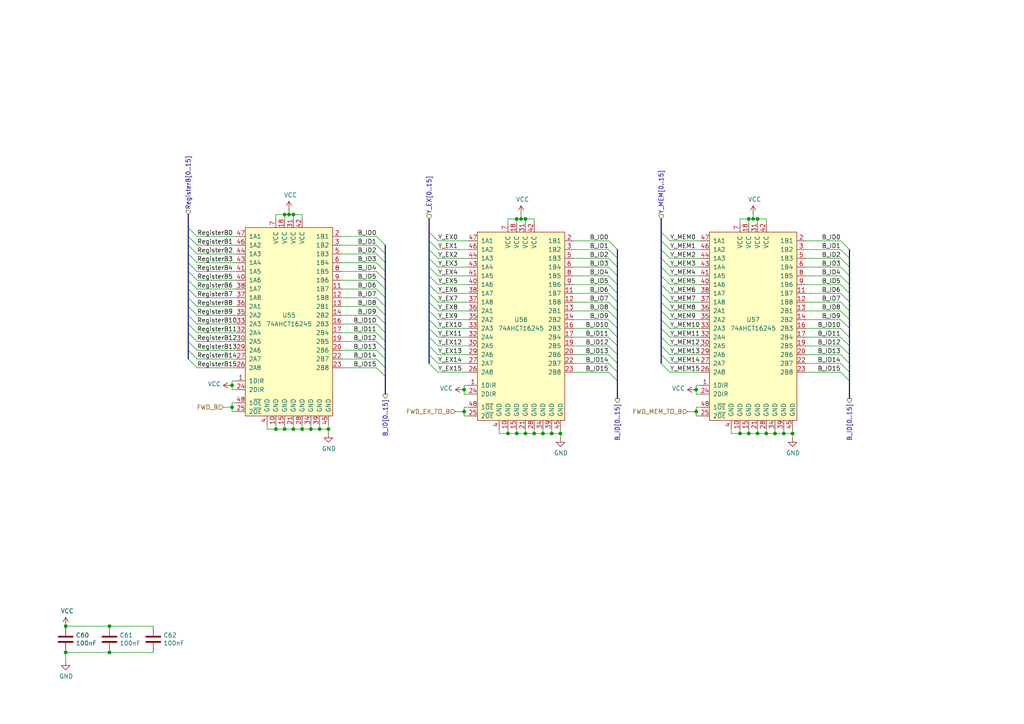
<source format=kicad_sch>
(kicad_sch (version 20230121) (generator eeschema)
  (paper "A4")
  (title_block (date "2022-09-25") (rev "C"))
  (lib_symbols
    (symbol "74xx (kicad5):74AHCT16245" (pin_names (offset 1.016))
      (property "Reference" "U" (at 0 1.27 0))
      (property "Value" "74AHCT16245" (at 0 -1.27 0))
      (symbol "74AHCT16245_0_1"
        (rectangle (start -12.7 26.67) (end 12.7 -27.94) (fill (type background)))
      )
      (symbol "74AHCT16245_1_1"
        (pin input line (at -15.24 -17.78 0) (length 2.54) (name "1DIR") (number "1"))
        (pin power_in line (at -3.81 -30.48 90) (length 2.54) (name "GND") (number "10"))
        (pin tri_state line (at 15.24 8.89 180) (length 2.54) (name "1B7") (number "11"))
        (pin tri_state line (at 15.24 6.35 180) (length 2.54) (name "1B8") (number "12"))
        (pin tri_state line (at 15.24 3.81 180) (length 2.54) (name "2B1") (number "13"))
        (pin tri_state line (at 15.24 1.27 180) (length 2.54) (name "2B2") (number "14"))
        (pin power_in line (at -1.27 -30.48 90) (length 2.54) (name "GND") (number "15"))
        (pin tri_state line (at 15.24 -1.27 180) (length 2.54) (name "2B3") (number "16"))
        (pin tri_state line (at 15.24 -3.81 180) (length 2.54) (name "2B4") (number "17"))
        (pin power_in line (at -1.27 29.21 270) (length 2.54) (name "VCC") (number "18"))
        (pin tri_state line (at 15.24 -6.35 180) (length 2.54) (name "2B5") (number "19"))
        (pin tri_state line (at 15.24 24.13 180) (length 2.54) (name "1B1") (number "2"))
        (pin tri_state line (at 15.24 -8.89 180) (length 2.54) (name "2B6") (number "20"))
        (pin power_in line (at 1.27 -30.48 90) (length 2.54) (name "GND") (number "21"))
        (pin tri_state line (at 15.24 -11.43 180) (length 2.54) (name "2B7") (number "22"))
        (pin tri_state line (at 15.24 -13.97 180) (length 2.54) (name "2B8") (number "23"))
        (pin input line (at -15.24 -20.32 0) (length 2.54) (name "2DIR") (number "24"))
        (pin input line (at -15.24 -26.67 0) (length 2.54) (name "2~{OE}") (number "25"))
        (pin tri_state line (at -15.24 -13.97 0) (length 2.54) (name "2A8") (number "26"))
        (pin tri_state line (at -15.24 -11.43 0) (length 2.54) (name "2A7") (number "27"))
        (pin power_in line (at 3.81 -30.48 90) (length 2.54) (name "GND") (number "28"))
        (pin tri_state line (at -15.24 -8.89 0) (length 2.54) (name "2A6") (number "29"))
        (pin tri_state line (at 15.24 21.59 180) (length 2.54) (name "1B2") (number "3"))
        (pin tri_state line (at -15.24 -6.35 0) (length 2.54) (name "2A5") (number "30"))
        (pin power_in line (at 1.27 29.21 270) (length 2.54) (name "VCC") (number "31"))
        (pin tri_state line (at -15.24 -3.81 0) (length 2.54) (name "2A4") (number "32"))
        (pin tri_state line (at -15.24 -1.27 0) (length 2.54) (name "2A3") (number "33"))
        (pin power_in line (at 6.35 -30.48 90) (length 2.54) (name "GND") (number "34"))
        (pin tri_state line (at -15.24 1.27 0) (length 2.54) (name "2A2") (number "35"))
        (pin tri_state line (at -15.24 3.81 0) (length 2.54) (name "2A1") (number "36"))
        (pin tri_state line (at -15.24 6.35 0) (length 2.54) (name "1A8") (number "37"))
        (pin tri_state line (at -15.24 8.89 0) (length 2.54) (name "1A7") (number "38"))
        (pin power_in line (at 8.89 -30.48 90) (length 2.54) (name "GND") (number "39"))
        (pin power_in line (at -6.35 -30.48 90) (length 2.54) (name "GND") (number "4"))
        (pin tri_state line (at -15.24 11.43 0) (length 2.54) (name "1A6") (number "40"))
        (pin tri_state line (at -15.24 13.97 0) (length 2.54) (name "1A5") (number "41"))
        (pin power_in line (at 3.81 29.21 270) (length 2.54) (name "VCC") (number "42"))
        (pin tri_state line (at -15.24 16.51 0) (length 2.54) (name "1A4") (number "43"))
        (pin tri_state line (at -15.24 19.05 0) (length 2.54) (name "1A3") (number "44"))
        (pin power_in line (at 11.43 -30.48 90) (length 2.54) (name "GND") (number "45"))
        (pin tri_state line (at -15.24 21.59 0) (length 2.54) (name "1A2") (number "46"))
        (pin tri_state line (at -15.24 24.13 0) (length 2.54) (name "1A1") (number "47"))
        (pin input line (at -15.24 -24.13 0) (length 2.54) (name "1~{OE}") (number "48"))
        (pin tri_state line (at 15.24 19.05 180) (length 2.54) (name "1B3") (number "5"))
        (pin tri_state line (at 15.24 16.51 180) (length 2.54) (name "1B4") (number "6"))
        (pin power_in line (at -3.81 29.21 270) (length 2.54) (name "VCC") (number "7"))
        (pin tri_state line (at 15.24 13.97 180) (length 2.54) (name "1B5") (number "8"))
        (pin tri_state line (at 15.24 11.43 180) (length 2.54) (name "1B6") (number "9"))
      )
    )
    (symbol "Device:C" (pin_numbers hide) (pin_names (offset 0.254))
      (property "Reference" "C" (at 0.635 2.54 0))
      (property "Value" "C" (at 0.635 -2.54 0))
      (symbol "C_0_1"
        (polyline (pts (xy -2.032 -0.762) (xy 2.032 -0.762)) (stroke (width 0.508)))
        (polyline (pts (xy -2.032 0.762) (xy 2.032 0.762)) (stroke (width 0.508)))
      )
      (symbol "C_1_1"
        (pin passive line (at 0 3.81 270) (length 2.794) (name "~") (number "1"))
        (pin passive line (at 0 -3.81 90) (length 2.794) (name "~") (number "2"))
      )
    )
    (symbol "power:GND" (power) (pin_names (offset 0))
      (property "Value" "GND" (at 0 -3.81 0))
      (symbol "GND_0_1"
        (polyline (pts (xy 0 0) (xy 0 -1.27) (xy 1.27 -1.27) (xy 0 -2.54) (xy -1.27 -1.27) (xy 0 -1.27)))
      )
      (symbol "GND_1_1"
        (pin power_in line (at 0 0 270) (length 0) hide (name "GND") (number "1"))
      )
    )
    (symbol "power:VCC" (power) (pin_names (offset 0))
      (property "Value" "VCC" (at 0 3.81 0))
      (symbol "VCC_0_1"
        (polyline (pts (xy -0.762 1.27) (xy 0 2.54)))
        (polyline (pts (xy 0 0) (xy 0 2.54)))
        (polyline (pts (xy 0 2.54) (xy 0.762 1.27)))
      )
      (symbol "VCC_1_1"
        (pin power_in line (at 0 0 90) (length 0) hide (name "VCC") (number "1"))
      )
    )
  )
  (junction (at 67.31 118.11))
  (junction (at 222.25 125.73))
  (junction (at 31.75 189.23))
  (junction (at 229.87 125.73))
  (junction (at 147.32 125.73))
  (junction (at 85.09 124.46))
  (junction (at 157.48 125.73))
  (junction (at 80.01 124.46))
  (junction (at 95.25 124.46))
  (junction (at 152.4 125.73))
  (junction (at 154.94 125.73))
  (junction (at 217.17 63.5))
  (junction (at 149.86 63.5))
  (junction (at 214.63 125.73))
  (junction (at 151.13 63.5))
  (junction (at 219.71 125.73))
  (junction (at 224.79 125.73))
  (junction (at 90.17 124.46))
  (junction (at 201.93 113.03))
  (junction (at 92.71 124.46))
  (junction (at 149.86 125.73))
  (junction (at 217.17 125.73))
  (junction (at 67.31 111.76))
  (junction (at 162.56 125.73))
  (junction (at 82.55 124.46))
  (junction (at 82.55 62.23))
  (junction (at 201.93 119.38))
  (junction (at 134.62 113.03))
  (junction (at 218.44 63.5))
  (junction (at 134.62 119.38))
  (junction (at 219.71 63.5))
  (junction (at 85.09 62.23))
  (junction (at 87.63 124.46))
  (junction (at 31.75 181.61))
  (junction (at 19.05 181.61))
  (junction (at 227.33 125.73))
  (junction (at 152.4 63.5))
  (junction (at 83.82 62.23))
  (junction (at 19.05 189.23))
  (junction (at 160.02 125.73))
  (bus_entry (at 176.53 69.85) (size 2.54 2.54))
  (bus_entry (at 54.61 93.98) (size 2.54 2.54))
  (bus_entry (at 127 82.55) (size -2.54 -2.54))
  (bus_entry (at 54.61 68.58) (size 2.54 2.54))
  (bus_entry (at 109.22 106.68) (size 2.54 2.54))
  (bus_entry (at 54.61 99.06) (size 2.54 2.54))
  (bus_entry (at 243.84 74.93) (size 2.54 2.54))
  (bus_entry (at 194.31 77.47) (size -2.54 -2.54))
  (bus_entry (at 127 102.87) (size -2.54 -2.54))
  (bus_entry (at 176.53 90.17) (size 2.54 2.54))
  (bus_entry (at 243.84 87.63) (size 2.54 2.54))
  (bus_entry (at 243.84 69.85) (size 2.54 2.54))
  (bus_entry (at 194.31 74.93) (size -2.54 -2.54))
  (bus_entry (at 176.53 105.41) (size 2.54 2.54))
  (bus_entry (at 54.61 96.52) (size 2.54 2.54))
  (bus_entry (at 243.84 77.47) (size 2.54 2.54))
  (bus_entry (at 109.22 83.82) (size 2.54 2.54))
  (bus_entry (at 194.31 90.17) (size -2.54 -2.54))
  (bus_entry (at 127 85.09) (size -2.54 -2.54))
  (bus_entry (at 243.84 82.55) (size 2.54 2.54))
  (bus_entry (at 109.22 86.36) (size 2.54 2.54))
  (bus_entry (at 127 80.01) (size -2.54 -2.54))
  (bus_entry (at 194.31 85.09) (size -2.54 -2.54))
  (bus_entry (at 176.53 87.63) (size 2.54 2.54))
  (bus_entry (at 127 95.25) (size -2.54 -2.54))
  (bus_entry (at 109.22 71.12) (size 2.54 2.54))
  (bus_entry (at 54.61 71.12) (size 2.54 2.54))
  (bus_entry (at 243.84 95.25) (size 2.54 2.54))
  (bus_entry (at 194.31 87.63) (size -2.54 -2.54))
  (bus_entry (at 127 97.79) (size -2.54 -2.54))
  (bus_entry (at 194.31 95.25) (size -2.54 -2.54))
  (bus_entry (at 194.31 82.55) (size -2.54 -2.54))
  (bus_entry (at 127 92.71) (size -2.54 -2.54))
  (bus_entry (at 176.53 97.79) (size 2.54 2.54))
  (bus_entry (at 109.22 68.58) (size 2.54 2.54))
  (bus_entry (at 176.53 85.09) (size 2.54 2.54))
  (bus_entry (at 243.84 102.87) (size 2.54 2.54))
  (bus_entry (at 127 72.39) (size -2.54 -2.54))
  (bus_entry (at 243.84 97.79) (size 2.54 2.54))
  (bus_entry (at 127 69.85) (size -2.54 -2.54))
  (bus_entry (at 109.22 76.2) (size 2.54 2.54))
  (bus_entry (at 54.61 104.14) (size 2.54 2.54))
  (bus_entry (at 194.31 80.01) (size -2.54 -2.54))
  (bus_entry (at 109.22 78.74) (size 2.54 2.54))
  (bus_entry (at 243.84 107.95) (size 2.54 2.54))
  (bus_entry (at 243.84 72.39) (size 2.54 2.54))
  (bus_entry (at 194.31 107.95) (size -2.54 -2.54))
  (bus_entry (at 176.53 77.47) (size 2.54 2.54))
  (bus_entry (at 243.84 85.09) (size 2.54 2.54))
  (bus_entry (at 176.53 92.71) (size 2.54 2.54))
  (bus_entry (at 194.31 69.85) (size -2.54 -2.54))
  (bus_entry (at 194.31 100.33) (size -2.54 -2.54))
  (bus_entry (at 194.31 102.87) (size -2.54 -2.54))
  (bus_entry (at 127 77.47) (size -2.54 -2.54))
  (bus_entry (at 194.31 105.41) (size -2.54 -2.54))
  (bus_entry (at 109.22 93.98) (size 2.54 2.54))
  (bus_entry (at 109.22 101.6) (size 2.54 2.54))
  (bus_entry (at 109.22 73.66) (size 2.54 2.54))
  (bus_entry (at 243.84 92.71) (size 2.54 2.54))
  (bus_entry (at 176.53 95.25) (size 2.54 2.54))
  (bus_entry (at 194.31 97.79) (size -2.54 -2.54))
  (bus_entry (at 127 90.17) (size -2.54 -2.54))
  (bus_entry (at 109.22 81.28) (size 2.54 2.54))
  (bus_entry (at 54.61 78.74) (size 2.54 2.54))
  (bus_entry (at 54.61 91.44) (size 2.54 2.54))
  (bus_entry (at 176.53 107.95) (size 2.54 2.54))
  (bus_entry (at 176.53 80.01) (size 2.54 2.54))
  (bus_entry (at 176.53 82.55) (size 2.54 2.54))
  (bus_entry (at 194.31 92.71) (size -2.54 -2.54))
  (bus_entry (at 127 74.93) (size -2.54 -2.54))
  (bus_entry (at 109.22 96.52) (size 2.54 2.54))
  (bus_entry (at 243.84 90.17) (size 2.54 2.54))
  (bus_entry (at 54.61 83.82) (size 2.54 2.54))
  (bus_entry (at 127 100.33) (size -2.54 -2.54))
  (bus_entry (at 54.61 86.36) (size 2.54 2.54))
  (bus_entry (at 109.22 91.44) (size 2.54 2.54))
  (bus_entry (at 243.84 80.01) (size 2.54 2.54))
  (bus_entry (at 54.61 73.66) (size 2.54 2.54))
  (bus_entry (at 243.84 100.33) (size 2.54 2.54))
  (bus_entry (at 127 87.63) (size -2.54 -2.54))
  (bus_entry (at 176.53 74.93) (size 2.54 2.54))
  (bus_entry (at 109.22 99.06) (size 2.54 2.54))
  (bus_entry (at 109.22 104.14) (size 2.54 2.54))
  (bus_entry (at 127 105.41) (size -2.54 -2.54))
  (bus_entry (at 54.61 88.9) (size 2.54 2.54))
  (bus_entry (at 54.61 101.6) (size 2.54 2.54))
  (bus_entry (at 194.31 72.39) (size -2.54 -2.54))
  (bus_entry (at 176.53 100.33) (size 2.54 2.54))
  (bus_entry (at 109.22 88.9) (size 2.54 2.54))
  (bus_entry (at 127 107.95) (size -2.54 -2.54))
  (bus_entry (at 54.61 66.04) (size 2.54 2.54))
  (bus_entry (at 176.53 72.39) (size 2.54 2.54))
  (bus_entry (at 243.84 105.41) (size 2.54 2.54))
  (bus_entry (at 54.61 76.2) (size 2.54 2.54))
  (bus_entry (at 176.53 102.87) (size 2.54 2.54))
  (bus_entry (at 54.61 81.28) (size 2.54 2.54))
  (wire (pts (xy 134.62 111.76) (xy 134.62 113.03)))
  (wire (pts (xy 57.15 88.9) (xy 68.58 88.9)))
  (bus (pts (xy 179.07 74.93) (xy 179.07 77.47)))
  (bus (pts (xy 54.61 86.36) (xy 54.61 88.9)))
  (wire (pts (xy 44.45 189.23) (xy 31.75 189.23)))
  (wire (pts (xy 31.75 189.23) (xy 19.05 189.23)))
  (wire (pts (xy 201.93 119.38) (xy 199.39 119.38)))
  (wire (pts (xy 127 87.63) (xy 135.89 87.63)))
  (bus (pts (xy 111.76 93.98) (xy 111.76 96.52)))
  (wire (pts (xy 127 77.47) (xy 135.89 77.47)))
  (wire (pts (xy 217.17 124.46) (xy 217.17 125.73)))
  (wire (pts (xy 176.53 72.39) (xy 166.37 72.39)))
  (wire (pts (xy 135.89 118.11) (xy 134.62 118.11)))
  (wire (pts (xy 151.13 63.5) (xy 152.4 63.5)))
  (wire (pts (xy 149.86 124.46) (xy 149.86 125.73)))
  (wire (pts (xy 194.31 92.71) (xy 203.2 92.71)))
  (wire (pts (xy 162.56 127) (xy 162.56 125.73)))
  (wire (pts (xy 243.84 74.93) (xy 233.68 74.93)))
  (bus (pts (xy 124.46 87.63) (xy 124.46 90.17)))
  (bus (pts (xy 179.07 72.39) (xy 179.07 74.93)))
  (wire (pts (xy 229.87 127) (xy 229.87 125.73)))
  (bus (pts (xy 179.07 80.01) (xy 179.07 82.55)))
  (wire (pts (xy 214.63 124.46) (xy 214.63 125.73)))
  (bus (pts (xy 179.07 87.63) (xy 179.07 90.17)))
  (bus (pts (xy 124.46 92.71) (xy 124.46 95.25)))
  (bus (pts (xy 124.46 67.31) (xy 124.46 69.85)))
  (wire (pts (xy 109.22 101.6) (xy 99.06 101.6)))
  (wire (pts (xy 243.84 85.09) (xy 233.68 85.09)))
  (bus (pts (xy 179.07 97.79) (xy 179.07 100.33)))
  (wire (pts (xy 194.31 82.55) (xy 203.2 82.55)))
  (wire (pts (xy 68.58 110.49) (xy 67.31 110.49)))
  (bus (pts (xy 111.76 86.36) (xy 111.76 88.9)))
  (wire (pts (xy 95.25 124.46) (xy 95.25 123.19)))
  (wire (pts (xy 201.93 120.65) (xy 203.2 120.65)))
  (wire (pts (xy 243.84 72.39) (xy 233.68 72.39)))
  (wire (pts (xy 157.48 125.73) (xy 154.94 125.73)))
  (bus (pts (xy 246.38 105.41) (xy 246.38 107.95)))
  (wire (pts (xy 176.53 85.09) (xy 166.37 85.09)))
  (bus (pts (xy 179.07 100.33) (xy 179.07 102.87)))
  (bus (pts (xy 191.77 80.01) (xy 191.77 82.55)))
  (wire (pts (xy 90.17 124.46) (xy 87.63 124.46)))
  (wire (pts (xy 243.84 100.33) (xy 233.68 100.33)))
  (wire (pts (xy 80.01 124.46) (xy 82.55 124.46)))
  (wire (pts (xy 243.84 69.85) (xy 233.68 69.85)))
  (wire (pts (xy 218.44 62.23) (xy 218.44 63.5)))
  (wire (pts (xy 176.53 97.79) (xy 166.37 97.79)))
  (wire (pts (xy 82.55 63.5) (xy 82.55 62.23)))
  (bus (pts (xy 124.46 69.85) (xy 124.46 72.39)))
  (wire (pts (xy 109.22 73.66) (xy 99.06 73.66)))
  (wire (pts (xy 57.15 99.06) (xy 68.58 99.06)))
  (wire (pts (xy 154.94 63.5) (xy 154.94 64.77)))
  (wire (pts (xy 243.84 77.47) (xy 233.68 77.47)))
  (wire (pts (xy 57.15 68.58) (xy 68.58 68.58)))
  (wire (pts (xy 152.4 125.73) (xy 152.4 124.46)))
  (wire (pts (xy 82.55 124.46) (xy 85.09 124.46)))
  (wire (pts (xy 85.09 124.46) (xy 85.09 123.19)))
  (wire (pts (xy 160.02 125.73) (xy 162.56 125.73)))
  (wire (pts (xy 218.44 63.5) (xy 219.71 63.5)))
  (bus (pts (xy 191.77 69.85) (xy 191.77 72.39)))
  (wire (pts (xy 77.47 123.19) (xy 77.47 124.46)))
  (wire (pts (xy 176.53 87.63) (xy 166.37 87.63)))
  (wire (pts (xy 85.09 62.23) (xy 87.63 62.23)))
  (wire (pts (xy 127 90.17) (xy 135.89 90.17)))
  (wire (pts (xy 19.05 191.77) (xy 19.05 189.23)))
  (wire (pts (xy 154.94 125.73) (xy 154.94 124.46)))
  (wire (pts (xy 57.15 93.98) (xy 68.58 93.98)))
  (wire (pts (xy 217.17 125.73) (xy 219.71 125.73)))
  (bus (pts (xy 111.76 88.9) (xy 111.76 91.44)))
  (wire (pts (xy 83.82 62.23) (xy 85.09 62.23)))
  (wire (pts (xy 57.15 71.12) (xy 68.58 71.12)))
  (wire (pts (xy 127 72.39) (xy 135.89 72.39)))
  (wire (pts (xy 109.22 83.82) (xy 99.06 83.82)))
  (wire (pts (xy 194.31 74.93) (xy 203.2 74.93)))
  (bus (pts (xy 246.38 97.79) (xy 246.38 100.33)))
  (bus (pts (xy 111.76 83.82) (xy 111.76 86.36)))
  (wire (pts (xy 222.25 125.73) (xy 222.25 124.46)))
  (wire (pts (xy 201.93 119.38) (xy 201.93 120.65)))
  (wire (pts (xy 67.31 113.03) (xy 68.58 113.03)))
  (wire (pts (xy 67.31 118.11) (xy 67.31 119.38)))
  (wire (pts (xy 201.93 113.03) (xy 201.93 114.3)))
  (wire (pts (xy 134.62 120.65) (xy 135.89 120.65)))
  (wire (pts (xy 243.84 97.79) (xy 233.68 97.79)))
  (wire (pts (xy 201.93 111.76) (xy 201.93 113.03)))
  (bus (pts (xy 111.76 96.52) (xy 111.76 99.06)))
  (wire (pts (xy 83.82 60.96) (xy 83.82 62.23)))
  (wire (pts (xy 194.31 90.17) (xy 203.2 90.17)))
  (wire (pts (xy 134.62 114.3) (xy 135.89 114.3)))
  (wire (pts (xy 57.15 96.52) (xy 68.58 96.52)))
  (bus (pts (xy 246.38 110.49) (xy 246.38 115.57)))
  (wire (pts (xy 154.94 125.73) (xy 152.4 125.73)))
  (bus (pts (xy 54.61 88.9) (xy 54.61 91.44)))
  (wire (pts (xy 194.31 107.95) (xy 203.2 107.95)))
  (bus (pts (xy 246.38 92.71) (xy 246.38 95.25)))
  (wire (pts (xy 194.31 87.63) (xy 203.2 87.63)))
  (wire (pts (xy 127 74.93) (xy 135.89 74.93)))
  (wire (pts (xy 243.84 105.41) (xy 233.68 105.41)))
  (bus (pts (xy 124.46 63.5) (xy 124.46 67.31)))
  (wire (pts (xy 127 82.55) (xy 135.89 82.55)))
  (bus (pts (xy 124.46 80.01) (xy 124.46 82.55)))
  (wire (pts (xy 57.15 106.68) (xy 68.58 106.68)))
  (bus (pts (xy 54.61 81.28) (xy 54.61 83.82)))
  (wire (pts (xy 194.31 69.85) (xy 203.2 69.85)))
  (wire (pts (xy 127 80.01) (xy 135.89 80.01)))
  (wire (pts (xy 134.62 113.03) (xy 134.62 114.3)))
  (bus (pts (xy 111.76 109.22) (xy 111.76 114.3)))
  (bus (pts (xy 246.38 72.39) (xy 246.38 74.93)))
  (wire (pts (xy 67.31 111.76) (xy 67.31 113.03)))
  (wire (pts (xy 176.53 80.01) (xy 166.37 80.01)))
  (bus (pts (xy 246.38 95.25) (xy 246.38 97.79)))
  (bus (pts (xy 246.38 85.09) (xy 246.38 87.63)))
  (bus (pts (xy 179.07 95.25) (xy 179.07 97.79)))
  (wire (pts (xy 149.86 125.73) (xy 152.4 125.73)))
  (bus (pts (xy 54.61 62.23) (xy 54.61 66.04)))
  (wire (pts (xy 57.15 91.44) (xy 68.58 91.44)))
  (wire (pts (xy 57.15 101.6) (xy 68.58 101.6)))
  (bus (pts (xy 111.76 73.66) (xy 111.76 76.2)))
  (wire (pts (xy 194.31 100.33) (xy 203.2 100.33)))
  (wire (pts (xy 109.22 99.06) (xy 99.06 99.06)))
  (wire (pts (xy 109.22 81.28) (xy 99.06 81.28)))
  (bus (pts (xy 124.46 77.47) (xy 124.46 80.01)))
  (wire (pts (xy 147.32 63.5) (xy 149.86 63.5)))
  (wire (pts (xy 243.84 90.17) (xy 233.68 90.17)))
  (bus (pts (xy 111.76 91.44) (xy 111.76 93.98)))
  (wire (pts (xy 57.15 86.36) (xy 68.58 86.36)))
  (wire (pts (xy 176.53 90.17) (xy 166.37 90.17)))
  (bus (pts (xy 246.38 77.47) (xy 246.38 80.01)))
  (bus (pts (xy 191.77 67.31) (xy 191.77 69.85)))
  (bus (pts (xy 179.07 105.41) (xy 179.07 107.95)))
  (wire (pts (xy 109.22 76.2) (xy 99.06 76.2)))
  (bus (pts (xy 191.77 72.39) (xy 191.77 74.93)))
  (bus (pts (xy 54.61 96.52) (xy 54.61 99.06)))
  (bus (pts (xy 191.77 77.47) (xy 191.77 80.01)))
  (wire (pts (xy 109.22 86.36) (xy 99.06 86.36)))
  (wire (pts (xy 162.56 125.73) (xy 162.56 124.46)))
  (wire (pts (xy 176.53 82.55) (xy 166.37 82.55)))
  (wire (pts (xy 203.2 118.11) (xy 201.93 118.11)))
  (wire (pts (xy 243.84 82.55) (xy 233.68 82.55)))
  (bus (pts (xy 54.61 83.82) (xy 54.61 86.36)))
  (wire (pts (xy 201.93 114.3) (xy 203.2 114.3)))
  (wire (pts (xy 127 97.79) (xy 135.89 97.79)))
  (bus (pts (xy 246.38 90.17) (xy 246.38 92.71)))
  (wire (pts (xy 222.25 63.5) (xy 222.25 64.77)))
  (wire (pts (xy 147.32 125.73) (xy 149.86 125.73)))
  (wire (pts (xy 127 100.33) (xy 135.89 100.33)))
  (wire (pts (xy 109.22 93.98) (xy 99.06 93.98)))
  (wire (pts (xy 224.79 125.73) (xy 224.79 124.46)))
  (wire (pts (xy 157.48 125.73) (xy 160.02 125.73)))
  (bus (pts (xy 124.46 82.55) (xy 124.46 85.09)))
  (wire (pts (xy 147.32 64.77) (xy 147.32 63.5)))
  (wire (pts (xy 176.53 100.33) (xy 166.37 100.33)))
  (wire (pts (xy 135.89 111.76) (xy 134.62 111.76)))
  (wire (pts (xy 82.55 62.23) (xy 83.82 62.23)))
  (wire (pts (xy 77.47 124.46) (xy 80.01 124.46)))
  (wire (pts (xy 67.31 116.84) (xy 67.31 118.11)))
  (wire (pts (xy 176.53 92.71) (xy 166.37 92.71)))
  (wire (pts (xy 147.32 124.46) (xy 147.32 125.73)))
  (wire (pts (xy 127 92.71) (xy 135.89 92.71)))
  (wire (pts (xy 194.31 72.39) (xy 203.2 72.39)))
  (bus (pts (xy 124.46 102.87) (xy 124.46 105.41)))
  (wire (pts (xy 144.78 124.46) (xy 144.78 125.73)))
  (bus (pts (xy 246.38 80.01) (xy 246.38 82.55)))
  (wire (pts (xy 87.63 124.46) (xy 87.63 123.19)))
  (wire (pts (xy 92.71 124.46) (xy 92.71 123.19)))
  (wire (pts (xy 67.31 118.11) (xy 64.77 118.11)))
  (bus (pts (xy 111.76 106.68) (xy 111.76 109.22)))
  (wire (pts (xy 194.31 85.09) (xy 203.2 85.09)))
  (bus (pts (xy 111.76 71.12) (xy 111.76 73.66)))
  (bus (pts (xy 124.46 90.17) (xy 124.46 92.71)))
  (wire (pts (xy 57.15 104.14) (xy 68.58 104.14)))
  (wire (pts (xy 194.31 105.41) (xy 203.2 105.41)))
  (bus (pts (xy 246.38 74.93) (xy 246.38 77.47)))
  (bus (pts (xy 246.38 82.55) (xy 246.38 85.09)))
  (bus (pts (xy 124.46 74.93) (xy 124.46 77.47)))
  (bus (pts (xy 179.07 82.55) (xy 179.07 85.09)))
  (bus (pts (xy 111.76 99.06) (xy 111.76 101.6)))
  (wire (pts (xy 212.09 125.73) (xy 214.63 125.73)))
  (wire (pts (xy 176.53 69.85) (xy 166.37 69.85)))
  (wire (pts (xy 95.25 125.73) (xy 95.25 124.46)))
  (wire (pts (xy 227.33 125.73) (xy 227.33 124.46)))
  (wire (pts (xy 127 107.95) (xy 135.89 107.95)))
  (wire (pts (xy 144.78 125.73) (xy 147.32 125.73)))
  (bus (pts (xy 54.61 99.06) (xy 54.61 101.6)))
  (wire (pts (xy 57.15 78.74) (xy 68.58 78.74)))
  (wire (pts (xy 214.63 125.73) (xy 217.17 125.73)))
  (bus (pts (xy 111.76 76.2) (xy 111.76 78.74)))
  (wire (pts (xy 134.62 119.38) (xy 132.08 119.38)))
  (wire (pts (xy 134.62 118.11) (xy 134.62 119.38)))
  (bus (pts (xy 111.76 81.28) (xy 111.76 83.82)))
  (bus (pts (xy 191.77 102.87) (xy 191.77 105.41)))
  (bus (pts (xy 191.77 85.09) (xy 191.77 87.63)))
  (wire (pts (xy 176.53 95.25) (xy 166.37 95.25)))
  (wire (pts (xy 109.22 68.58) (xy 99.06 68.58)))
  (wire (pts (xy 152.4 64.77) (xy 152.4 63.5)))
  (bus (pts (xy 191.77 92.71) (xy 191.77 95.25)))
  (wire (pts (xy 194.31 102.87) (xy 203.2 102.87)))
  (bus (pts (xy 54.61 71.12) (xy 54.61 73.66)))
  (bus (pts (xy 54.61 66.04) (xy 54.61 68.58)))
  (wire (pts (xy 243.84 87.63) (xy 233.68 87.63)))
  (wire (pts (xy 176.53 107.95) (xy 166.37 107.95)))
  (wire (pts (xy 134.62 119.38) (xy 134.62 120.65)))
  (bus (pts (xy 54.61 91.44) (xy 54.61 93.98)))
  (bus (pts (xy 111.76 104.14) (xy 111.76 106.68)))
  (bus (pts (xy 191.77 100.33) (xy 191.77 102.87)))
  (bus (pts (xy 191.77 95.25) (xy 191.77 97.79)))
  (bus (pts (xy 54.61 93.98) (xy 54.61 96.52)))
  (bus (pts (xy 191.77 63.5) (xy 191.77 67.31)))
  (bus (pts (xy 179.07 102.87) (xy 179.07 105.41)))
  (bus (pts (xy 124.46 95.25) (xy 124.46 97.79)))
  (wire (pts (xy 67.31 110.49) (xy 67.31 111.76)))
  (wire (pts (xy 152.4 63.5) (xy 154.94 63.5)))
  (bus (pts (xy 179.07 92.71) (xy 179.07 95.25)))
  (wire (pts (xy 243.84 107.95) (xy 233.68 107.95)))
  (wire (pts (xy 243.84 95.25) (xy 233.68 95.25)))
  (bus (pts (xy 124.46 85.09) (xy 124.46 87.63)))
  (wire (pts (xy 194.31 77.47) (xy 203.2 77.47)))
  (bus (pts (xy 54.61 101.6) (xy 54.61 104.14)))
  (bus (pts (xy 246.38 107.95) (xy 246.38 110.49)))
  (bus (pts (xy 111.76 101.6) (xy 111.76 104.14)))
  (wire (pts (xy 67.31 119.38) (xy 68.58 119.38)))
  (wire (pts (xy 127 102.87) (xy 135.89 102.87)))
  (bus (pts (xy 246.38 100.33) (xy 246.38 102.87)))
  (wire (pts (xy 214.63 64.77) (xy 214.63 63.5)))
  (wire (pts (xy 87.63 124.46) (xy 85.09 124.46)))
  (wire (pts (xy 219.71 63.5) (xy 222.25 63.5)))
  (wire (pts (xy 227.33 125.73) (xy 229.87 125.73)))
  (wire (pts (xy 176.53 102.87) (xy 166.37 102.87)))
  (wire (pts (xy 57.15 76.2) (xy 68.58 76.2)))
  (wire (pts (xy 19.05 181.61) (xy 31.75 181.61)))
  (wire (pts (xy 151.13 62.23) (xy 151.13 63.5)))
  (wire (pts (xy 109.22 88.9) (xy 99.06 88.9)))
  (wire (pts (xy 194.31 97.79) (xy 203.2 97.79)))
  (wire (pts (xy 176.53 77.47) (xy 166.37 77.47)))
  (wire (pts (xy 194.31 80.01) (xy 203.2 80.01)))
  (wire (pts (xy 57.15 81.28) (xy 68.58 81.28)))
  (bus (pts (xy 124.46 72.39) (xy 124.46 74.93)))
  (wire (pts (xy 149.86 63.5) (xy 151.13 63.5)))
  (wire (pts (xy 92.71 124.46) (xy 95.25 124.46)))
  (wire (pts (xy 224.79 125.73) (xy 227.33 125.73)))
  (bus (pts (xy 191.77 74.93) (xy 191.77 77.47)))
  (bus (pts (xy 191.77 90.17) (xy 191.77 92.71)))
  (wire (pts (xy 80.01 62.23) (xy 82.55 62.23)))
  (wire (pts (xy 109.22 91.44) (xy 99.06 91.44)))
  (wire (pts (xy 82.55 123.19) (xy 82.55 124.46)))
  (wire (pts (xy 149.86 64.77) (xy 149.86 63.5)))
  (wire (pts (xy 219.71 125.73) (xy 219.71 124.46)))
  (wire (pts (xy 85.09 63.5) (xy 85.09 62.23)))
  (wire (pts (xy 127 69.85) (xy 135.89 69.85)))
  (wire (pts (xy 217.17 64.77) (xy 217.17 63.5)))
  (wire (pts (xy 109.22 71.12) (xy 99.06 71.12)))
  (wire (pts (xy 224.79 125.73) (xy 222.25 125.73)))
  (wire (pts (xy 243.84 92.71) (xy 233.68 92.71)))
  (bus (pts (xy 246.38 87.63) (xy 246.38 90.17)))
  (wire (pts (xy 222.25 125.73) (xy 219.71 125.73)))
  (wire (pts (xy 127 85.09) (xy 135.89 85.09)))
  (bus (pts (xy 124.46 100.33) (xy 124.46 102.87)))
  (bus (pts (xy 246.38 102.87) (xy 246.38 105.41)))
  (wire (pts (xy 176.53 74.93) (xy 166.37 74.93)))
  (wire (pts (xy 160.02 125.73) (xy 160.02 124.46)))
  (wire (pts (xy 203.2 111.76) (xy 201.93 111.76)))
  (bus (pts (xy 124.46 97.79) (xy 124.46 100.33)))
  (bus (pts (xy 179.07 90.17) (xy 179.07 92.71)))
  (wire (pts (xy 219.71 64.77) (xy 219.71 63.5)))
  (wire (pts (xy 201.93 118.11) (xy 201.93 119.38)))
  (wire (pts (xy 109.22 104.14) (xy 99.06 104.14)))
  (wire (pts (xy 127 105.41) (xy 135.89 105.41)))
  (wire (pts (xy 68.58 116.84) (xy 67.31 116.84)))
  (bus (pts (xy 111.76 78.74) (xy 111.76 81.28)))
  (wire (pts (xy 31.75 181.61) (xy 44.45 181.61)))
  (bus (pts (xy 54.61 78.74) (xy 54.61 81.28)))
  (wire (pts (xy 90.17 124.46) (xy 90.17 123.19)))
  (bus (pts (xy 54.61 76.2) (xy 54.61 78.74)))
  (bus (pts (xy 54.61 68.58) (xy 54.61 71.12)))
  (wire (pts (xy 109.22 78.74) (xy 99.06 78.74)))
  (wire (pts (xy 80.01 123.19) (xy 80.01 124.46)))
  (bus (pts (xy 179.07 110.49) (xy 179.07 115.57)))
  (wire (pts (xy 157.48 125.73) (xy 157.48 124.46)))
  (bus (pts (xy 191.77 87.63) (xy 191.77 90.17)))
  (bus (pts (xy 179.07 77.47) (xy 179.07 80.01)))
  (wire (pts (xy 90.17 124.46) (xy 92.71 124.46)))
  (wire (pts (xy 80.01 63.5) (xy 80.01 62.23)))
  (bus (pts (xy 54.61 73.66) (xy 54.61 76.2)))
  (wire (pts (xy 57.15 83.82) (xy 68.58 83.82)))
  (wire (pts (xy 57.15 73.66) (xy 68.58 73.66)))
  (bus (pts (xy 191.77 82.55) (xy 191.77 85.09)))
  (wire (pts (xy 109.22 96.52) (xy 99.06 96.52)))
  (bus (pts (xy 191.77 97.79) (xy 191.77 100.33)))
  (wire (pts (xy 243.84 102.87) (xy 233.68 102.87)))
  (wire (pts (xy 212.09 124.46) (xy 212.09 125.73)))
  (wire (pts (xy 217.17 63.5) (xy 218.44 63.5)))
  (wire (pts (xy 194.31 95.25) (xy 203.2 95.25)))
  (wire (pts (xy 109.22 106.68) (xy 99.06 106.68)))
  (wire (pts (xy 127 95.25) (xy 135.89 95.25)))
  (bus (pts (xy 179.07 107.95) (xy 179.07 110.49)))
  (wire (pts (xy 176.53 105.41) (xy 166.37 105.41)))
  (bus (pts (xy 179.07 85.09) (xy 179.07 87.63)))
  (wire (pts (xy 87.63 62.23) (xy 87.63 63.5)))
  (wire (pts (xy 214.63 63.5) (xy 217.17 63.5)))
  (wire (pts (xy 243.84 80.01) (xy 233.68 80.01)))
  (wire (pts (xy 229.87 125.73) (xy 229.87 124.46)))
  (label "Y_MEM11" (at 194.31 97.79 0))
  (label "B_ID15" (at 243.84 107.95 180))
  (label "Y_EX1" (at 127 72.39 0))
  (label "Y_MEM15" (at 194.31 107.95 0))
  (label "B_ID2" (at 176.53 74.93 180))
  (label "Y_EX12" (at 127 100.33 0))
  (label "Y_MEM3" (at 194.31 77.47 0))
  (label "Y_MEM0" (at 194.31 69.85 0))
  (label "B_ID5" (at 243.84 82.55 180))
  (label "Y_MEM2" (at 194.31 74.93 0))
  (label "RegisterB11" (at 57.15 96.52 0))
  (label "Y_EX9" (at 127 92.71 0))
  (label "Y_MEM8" (at 194.31 90.17 0))
  (label "B_ID9" (at 109.22 91.44 180))
  (label "RegisterB1" (at 57.15 71.12 0))
  (label "RegisterB13" (at 57.15 101.6 0))
  (label "B_ID4" (at 176.53 80.01 180))
  (label "B_ID6" (at 176.53 85.09 180))
  (label "Y_MEM4" (at 194.31 80.01 0))
  (label "B_ID14" (at 176.53 105.41 180))
  (label "Y_EX15" (at 127 107.95 0))
  (label "RegisterB2" (at 57.15 73.66 0))
  (label "B_ID9" (at 243.84 92.71 180))
  (label "RegisterB15" (at 57.15 106.68 0))
  (label "B_ID14" (at 109.22 104.14 180))
  (label "RegisterB7" (at 57.15 86.36 0))
  (label "B_ID11" (at 109.22 96.52 180))
  (label "B_ID9" (at 176.53 92.71 180))
  (label "B_ID12" (at 109.22 99.06 180))
  (label "B_ID3" (at 109.22 76.2 180))
  (label "B_ID10" (at 176.53 95.25 180))
  (label "RegisterB10" (at 57.15 93.98 0))
  (label "Y_EX10" (at 127 95.25 0))
  (label "B_ID12" (at 176.53 100.33 180))
  (label "Y_EX14" (at 127 105.41 0))
  (label "B_ID8" (at 109.22 88.9 180))
  (label "Y_EX0" (at 127 69.85 0))
  (label "Y_MEM6" (at 194.31 85.09 0))
  (label "B_ID13" (at 243.84 102.87 180))
  (label "Y_MEM7" (at 194.31 87.63 0))
  (label "B_ID7" (at 176.53 87.63 180))
  (label "Y_EX8" (at 127 90.17 0))
  (label "Y_EX13" (at 127 102.87 0))
  (label "B_ID4" (at 243.84 80.01 180))
  (label "B_ID15" (at 109.22 106.68 180))
  (label "B_ID1" (at 109.22 71.12 180))
  (label "Y_MEM1" (at 194.31 72.39 0))
  (label "B_ID13" (at 109.22 101.6 180))
  (label "RegisterB5" (at 57.15 81.28 0))
  (label "B_ID5" (at 176.53 82.55 180))
  (label "B_ID6" (at 243.84 85.09 180))
  (label "RegisterB14" (at 57.15 104.14 0))
  (label "B_ID10" (at 243.84 95.25 180))
  (label "RegisterB3" (at 57.15 76.2 0))
  (label "B_ID8" (at 176.53 90.17 180))
  (label "Y_MEM10" (at 194.31 95.25 0))
  (label "B_ID15" (at 176.53 107.95 180))
  (label "Y_MEM5" (at 194.31 82.55 0))
  (label "Y_MEM12" (at 194.31 100.33 0))
  (label "B_ID4" (at 109.22 78.74 180))
  (label "B_ID10" (at 109.22 93.98 180))
  (label "Y_EX2" (at 127 74.93 0))
  (label "Y_EX7" (at 127 87.63 0))
  (label "B_ID11" (at 176.53 97.79 180))
  (label "B_ID14" (at 243.84 105.41 180))
  (label "B_ID0" (at 176.53 69.85 180))
  (label "B_ID12" (at 243.84 100.33 180))
  (label "RegisterB0" (at 57.15 68.58 0))
  (label "RegisterB4" (at 57.15 78.74 0))
  (label "RegisterB9" (at 57.15 91.44 0))
  (label "B_ID8" (at 243.84 90.17 180))
  (label "Y_EX4" (at 127 80.01 0))
  (label "Y_EX3" (at 127 77.47 0))
  (label "B_ID1" (at 176.53 72.39 180))
  (label "B_ID0" (at 243.84 69.85 180))
  (label "RegisterB12" (at 57.15 99.06 0))
  (label "B_ID2" (at 109.22 73.66 180))
  (label "Y_MEM13" (at 194.31 102.87 0))
  (label "Y_EX6" (at 127 85.09 0))
  (label "B_ID2" (at 243.84 74.93 180))
  (label "B_ID7" (at 243.84 87.63 180))
  (label "B_ID6" (at 109.22 83.82 180))
  (label "B_ID1" (at 243.84 72.39 180))
  (label "B_ID3" (at 243.84 77.47 180))
  (label "B_ID7" (at 109.22 86.36 180))
  (label "Y_EX5" (at 127 82.55 0))
  (label "B_ID5" (at 109.22 81.28 180))
  (label "Y_EX11" (at 127 97.79 0))
  (label "Y_MEM14" (at 194.31 105.41 0))
  (label "B_ID11" (at 243.84 97.79 180))
  (label "RegisterB6" (at 57.15 83.82 0))
  (label "RegisterB8" (at 57.15 88.9 0))
  (label "B_ID13" (at 176.53 102.87 180))
  (label "B_ID0" (at 109.22 68.58 180))
  (label "Y_MEM9" (at 194.31 92.71 0))
  (label "B_ID3" (at 176.53 77.47 180))
  (hierarchical_label "FWD_B" (shape input) (at 64.77 118.11 180))
  (hierarchical_label "RegisterB[0..15]" (shape input) (at 54.61 62.23 90))
  (hierarchical_label "FWD_EX_TO_B" (shape input) (at 132.08 119.38 180))
  (hierarchical_label "Y_MEM[0..15]" (shape input) (at 191.77 63.5 90))
  (hierarchical_label "B_ID[0..15]" (shape output) (at 246.38 115.57 270))
  (hierarchical_label "B_ID[0..15]" (shape output) (at 111.76 114.3 270))
  (hierarchical_label "B_ID[0..15]" (shape output) (at 179.07 115.57 270))
  (hierarchical_label "Y_EX[0..15]" (shape input) (at 124.46 63.5 90))
  (hierarchical_label "FWD_MEM_TO_B" (shape input) (at 199.39 119.38 180))
  (symbol (lib_id "Device:C") (at 31.75 185.42 0) (unit 1)
    (property "Reference" "C61" (at 34.671 184.2516 0) (effects (justify left)))
    (property "Value" "100nF" (at 34.671 186.563 0) (effects (justify left)))
    (property "Footprint" "Capacitor_SMD:C_0603_1608Metric_Pad1.08x0.95mm_HandSolder" (effects hide))
    (property "Mouser" "https://www.mouser.com/ProductDetail/963-EMK107B7104KAHT" (effects hide))
  )
  (symbol (lib_id "power:VCC") (at 19.05 181.61 0) (unit 1)
    (property "Reference" "#PWR0340" (effects hide))
    (property "Value" "VCC" (at 19.4818 177.2158 0))
  )
  (symbol (lib_id "power:GND") (at 19.05 191.77 0) (unit 1)
    (property "Reference" "#PWR0341" (effects hide))
    (property "Value" "GND" (at 19.177 196.1642 0))
  )
  (symbol (lib_id "Device:C") (at 44.45 185.42 0) (unit 1)
    (property "Reference" "C62" (at 47.371 184.2516 0) (effects (justify left)))
    (property "Value" "100nF" (at 47.371 186.563 0) (effects (justify left)))
    (property "Footprint" "Capacitor_SMD:C_0603_1608Metric_Pad1.08x0.95mm_HandSolder" (effects hide))
    (property "Mouser" "https://www.mouser.com/ProductDetail/963-EMK107B7104KAHT" (effects hide))
  )
  (symbol (lib_id "power:VCC") (at 83.82 60.96 0) (unit 1)
    (property "Reference" "#PWR0343" (effects hide))
    (property "Value" "VCC" (at 84.2518 56.5658 0))
  )
  (symbol (lib_id "power:GND") (at 95.25 125.73 0) (unit 1)
    (property "Reference" "#PWR0344" (effects hide))
    (property "Value" "GND" (at 95.377 130.1242 0))
  )
  (symbol (lib_id "74xx (kicad5):74AHCT16245") (at 83.82 92.71 0) (unit 1)
    (property "Reference" "U55" (at 83.82 91.44 0))
    (property "Value" "74AHCT16245" (at 83.82 93.98 0))
    (property "Footprint" "Package_SO:TSSOP-48_6.1x12.5mm_P0.5mm" (effects hide))
    (property "Datasheet" "https://www.ti.com/lit/ds/symlink/sn74ahct16245.pdf?HQS=dis-mous-null-mousermode-dsf-pf-null-wwe&ts=1617319205092" (effects hide))
    (property "Mouser" "https://www.mouser.com/ProductDetail/Texas-Instruments/74AHCT16245DLRG4?qs=%2Fha2pyFaduixTLlQ%252B3rIFW8KDPMe6E5CxoQ2Fc519Y9S5BWJ%252B%2FVWeIYQshP1VtN3&utm_source=octopart&utm_medium=aggregator&utm_campaign=595-74AHCT16245DLRG4&utm_content=Texas%20Instruments" (effects hide))
  )
  (symbol (lib_id "74xx (kicad5):74AHCT16245") (at 151.13 93.98 0) (unit 1)
    (property "Reference" "U56" (at 151.13 92.71 0))
    (property "Value" "74AHCT16245" (at 151.13 95.25 0))
    (property "Footprint" "Package_SO:TSSOP-48_6.1x12.5mm_P0.5mm" (effects hide))
    (property "Datasheet" "https://www.ti.com/lit/ds/symlink/sn74ahct16245.pdf?HQS=dis-mous-null-mousermode-dsf-pf-null-wwe&ts=1617319205092" (effects hide))
    (property "Mouser" "https://www.mouser.com/ProductDetail/Texas-Instruments/74AHCT16245DLRG4?qs=%2Fha2pyFaduixTLlQ%252B3rIFW8KDPMe6E5CxoQ2Fc519Y9S5BWJ%252B%2FVWeIYQshP1VtN3&utm_source=octopart&utm_medium=aggregator&utm_campaign=595-74AHCT16245DLRG4&utm_content=Texas%20Instruments" (effects hide))
  )
  (symbol (lib_id "power:VCC") (at 134.62 113.03 90) (unit 1)
    (property "Reference" "#PWR0345" (effects hide))
    (property "Value" "VCC" (at 131.3942 112.649 90) (effects (justify left)))
  )
  (symbol (lib_id "power:GND") (at 162.56 127 0) (unit 1)
    (property "Reference" "#PWR0347" (effects hide))
    (property "Value" "GND" (at 162.687 131.3942 0))
  )
  (symbol (lib_id "power:VCC") (at 151.13 62.23 0) (unit 1)
    (property "Reference" "#PWR0346" (effects hide))
    (property "Value" "VCC" (at 151.5618 57.8358 0))
  )
  (symbol (lib_id "74xx (kicad5):74AHCT16245") (at 218.44 93.98 0) (unit 1)
    (property "Reference" "U57" (at 218.44 92.71 0))
    (property "Value" "74AHCT16245" (at 218.44 95.25 0))
    (property "Footprint" "Package_SO:TSSOP-48_6.1x12.5mm_P0.5mm" (effects hide))
    (property "Datasheet" "https://www.ti.com/lit/ds/symlink/sn74ahct16245.pdf?HQS=dis-mous-null-mousermode-dsf-pf-null-wwe&ts=1617319205092" (effects hide))
    (property "Mouser" "https://www.mouser.com/ProductDetail/Texas-Instruments/74AHCT16245DLRG4?qs=%2Fha2pyFaduixTLlQ%252B3rIFW8KDPMe6E5CxoQ2Fc519Y9S5BWJ%252B%2FVWeIYQshP1VtN3&utm_source=octopart&utm_medium=aggregator&utm_campaign=595-74AHCT16245DLRG4&utm_content=Texas%20Instruments" (effects hide))
  )
  (symbol (lib_id "power:VCC") (at 201.93 113.03 90) (unit 1)
    (property "Reference" "#PWR0348" (effects hide))
    (property "Value" "VCC" (at 198.7042 112.649 90) (effects (justify left)))
  )
  (symbol (lib_id "Device:C") (at 19.05 185.42 0) (unit 1)
    (property "Reference" "C60" (at 21.971 184.2516 0) (effects (justify left)))
    (property "Value" "100nF" (at 21.971 186.563 0) (effects (justify left)))
    (property "Footprint" "Capacitor_SMD:C_0603_1608Metric_Pad1.08x0.95mm_HandSolder" (effects hide))
    (property "Mouser" "https://www.mouser.com/ProductDetail/963-EMK107B7104KAHT" (effects hide))
  )
  (symbol (lib_id "power:VCC") (at 67.31 111.76 90) (unit 1)
    (property "Reference" "#PWR0342" (effects hide))
    (property "Value" "VCC" (at 64.0842 111.379 90) (effects (justify left)))
  )
  (symbol (lib_id "power:GND") (at 229.87 127 0) (unit 1)
    (property "Reference" "#PWR0350" (effects hide))
    (property "Value" "GND" (at 229.997 131.3942 0))
  )
  (symbol (lib_id "power:VCC") (at 218.44 62.23 0) (unit 1)
    (property "Reference" "#PWR0349" (effects hide))
    (property "Value" "VCC" (at 218.8718 57.8358 0))
  )
)
</source>
